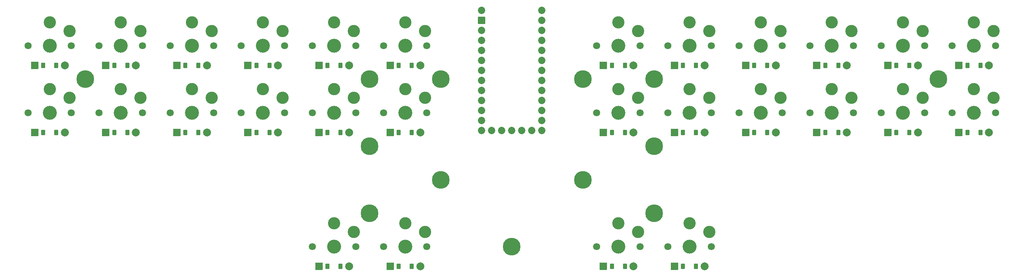
<source format=gbr>
%TF.GenerationSoftware,KiCad,Pcbnew,9.0.0*%
%TF.CreationDate,2025-04-18T14:09:36+02:00*%
%TF.ProjectId,pcb,7063622e-6b69-4636-9164-5f7063625858,v1.0.0*%
%TF.SameCoordinates,Original*%
%TF.FileFunction,Soldermask,Top*%
%TF.FilePolarity,Negative*%
%FSLAX46Y46*%
G04 Gerber Fmt 4.6, Leading zero omitted, Abs format (unit mm)*
G04 Created by KiCad (PCBNEW 9.0.0) date 2025-04-18 14:09:36*
%MOMM*%
%LPD*%
G01*
G04 APERTURE LIST*
G04 Aperture macros list*
%AMRoundRect*
0 Rectangle with rounded corners*
0 $1 Rounding radius*
0 $2 $3 $4 $5 $6 $7 $8 $9 X,Y pos of 4 corners*
0 Add a 4 corners polygon primitive as box body*
4,1,4,$2,$3,$4,$5,$6,$7,$8,$9,$2,$3,0*
0 Add four circle primitives for the rounded corners*
1,1,$1+$1,$2,$3*
1,1,$1+$1,$4,$5*
1,1,$1+$1,$6,$7*
1,1,$1+$1,$8,$9*
0 Add four rect primitives between the rounded corners*
20,1,$1+$1,$2,$3,$4,$5,0*
20,1,$1+$1,$4,$5,$6,$7,0*
20,1,$1+$1,$6,$7,$8,$9,0*
20,1,$1+$1,$8,$9,$2,$3,0*%
G04 Aperture macros list end*
%ADD10C,3.529000*%
%ADD11C,1.801800*%
%ADD12C,3.100000*%
%ADD13RoundRect,0.050000X-0.450000X-0.600000X0.450000X-0.600000X0.450000X0.600000X-0.450000X0.600000X0*%
%ADD14RoundRect,0.050000X-0.889000X-0.889000X0.889000X-0.889000X0.889000X0.889000X-0.889000X0.889000X0*%
%ADD15C,2.005000*%
%ADD16C,1.852600*%
%ADD17RoundRect,0.050000X-0.876300X0.876300X-0.876300X-0.876300X0.876300X-0.876300X0.876300X0.876300X0*%
%ADD18C,4.500000*%
%ADD19C,0.800000*%
G04 APERTURE END LIST*
D10*
%TO.C,S1*%
X100000000Y-100000000D03*
D11*
X105500000Y-100000000D03*
X94500000Y-100000000D03*
D12*
X105000000Y-96250000D03*
X100000000Y-94050000D03*
%TD*%
D10*
%TO.C,S2*%
X100000000Y-83000000D03*
D11*
X105500000Y-83000000D03*
X94500000Y-83000000D03*
D12*
X105000000Y-79250000D03*
X100000000Y-77050000D03*
%TD*%
D10*
%TO.C,S3*%
X118000000Y-100000000D03*
D11*
X123500000Y-100000000D03*
X112500000Y-100000000D03*
D12*
X123000000Y-96250000D03*
X118000000Y-94050000D03*
%TD*%
D10*
%TO.C,S4*%
X118000000Y-83000000D03*
D11*
X123500000Y-83000000D03*
X112500000Y-83000000D03*
D12*
X123000000Y-79250000D03*
X118000000Y-77050000D03*
%TD*%
D10*
%TO.C,S5*%
X136000000Y-100000000D03*
D11*
X141500000Y-100000000D03*
X130500000Y-100000000D03*
D12*
X141000000Y-96250000D03*
X136000000Y-94050000D03*
%TD*%
D10*
%TO.C,S6*%
X136000000Y-83000000D03*
D11*
X141500000Y-83000000D03*
X130500000Y-83000000D03*
D12*
X141000000Y-79250000D03*
X136000000Y-77050000D03*
%TD*%
D10*
%TO.C,S7*%
X154000000Y-100000000D03*
D11*
X159500000Y-100000000D03*
X148500000Y-100000000D03*
D12*
X159000000Y-96250000D03*
X154000000Y-94050000D03*
%TD*%
D10*
%TO.C,S8*%
X154000000Y-83000000D03*
D11*
X159500000Y-83000000D03*
X148500000Y-83000000D03*
D12*
X159000000Y-79250000D03*
X154000000Y-77050000D03*
%TD*%
D10*
%TO.C,S9*%
X172000000Y-100000000D03*
D11*
X177500000Y-100000000D03*
X166500000Y-100000000D03*
D12*
X177000000Y-96250000D03*
X172000000Y-94050000D03*
%TD*%
D10*
%TO.C,S10*%
X172000000Y-83000000D03*
D11*
X177500000Y-83000000D03*
X166500000Y-83000000D03*
D12*
X177000000Y-79250000D03*
X172000000Y-77050000D03*
%TD*%
D10*
%TO.C,S11*%
X190000000Y-100000000D03*
D11*
X195500000Y-100000000D03*
X184500000Y-100000000D03*
D12*
X195000000Y-96250000D03*
X190000000Y-94050000D03*
%TD*%
D10*
%TO.C,S12*%
X190000000Y-83000000D03*
D11*
X195500000Y-83000000D03*
X184500000Y-83000000D03*
D12*
X195000000Y-79250000D03*
X190000000Y-77050000D03*
%TD*%
D10*
%TO.C,S13*%
X244000000Y-100000000D03*
D11*
X249500000Y-100000000D03*
X238500000Y-100000000D03*
D12*
X249000000Y-96250000D03*
X244000000Y-94050000D03*
%TD*%
D10*
%TO.C,S14*%
X244000000Y-83000000D03*
D11*
X249500000Y-83000000D03*
X238500000Y-83000000D03*
D12*
X249000000Y-79250000D03*
X244000000Y-77050000D03*
%TD*%
D10*
%TO.C,S15*%
X262000000Y-100000000D03*
D11*
X267500000Y-100000000D03*
X256500000Y-100000000D03*
D12*
X267000000Y-96250000D03*
X262000000Y-94050000D03*
%TD*%
D10*
%TO.C,S16*%
X262000000Y-83000000D03*
D11*
X267500000Y-83000000D03*
X256500000Y-83000000D03*
D12*
X267000000Y-79250000D03*
X262000000Y-77050000D03*
%TD*%
D10*
%TO.C,S17*%
X280000000Y-100000000D03*
D11*
X285500000Y-100000000D03*
X274500000Y-100000000D03*
D12*
X285000000Y-96250000D03*
X280000000Y-94050000D03*
%TD*%
D10*
%TO.C,S18*%
X280000000Y-83000000D03*
D11*
X285500000Y-83000000D03*
X274500000Y-83000000D03*
D12*
X285000000Y-79250000D03*
X280000000Y-77050000D03*
%TD*%
D10*
%TO.C,S19*%
X298000000Y-100000000D03*
D11*
X303500000Y-100000000D03*
X292500000Y-100000000D03*
D12*
X303000000Y-96250000D03*
X298000000Y-94050000D03*
%TD*%
D10*
%TO.C,S20*%
X298000000Y-83000000D03*
D11*
X303500000Y-83000000D03*
X292500000Y-83000000D03*
D12*
X303000000Y-79250000D03*
X298000000Y-77050000D03*
%TD*%
D10*
%TO.C,S21*%
X316000000Y-100000000D03*
D11*
X321500000Y-100000000D03*
X310500000Y-100000000D03*
D12*
X321000000Y-96250000D03*
X316000000Y-94050000D03*
%TD*%
D10*
%TO.C,S22*%
X316000000Y-83000000D03*
D11*
X321500000Y-83000000D03*
X310500000Y-83000000D03*
D12*
X321000000Y-79250000D03*
X316000000Y-77050000D03*
%TD*%
D10*
%TO.C,S23*%
X334000000Y-100000000D03*
D11*
X339500000Y-100000000D03*
X328500000Y-100000000D03*
D12*
X339000000Y-96250000D03*
X334000000Y-94050000D03*
%TD*%
D10*
%TO.C,S24*%
X334000000Y-83000000D03*
D11*
X339500000Y-83000000D03*
X328500000Y-83000000D03*
D12*
X339000000Y-79250000D03*
X334000000Y-77050000D03*
%TD*%
D10*
%TO.C,S25*%
X172000000Y-134000000D03*
D11*
X177500000Y-134000000D03*
X166500000Y-134000000D03*
D12*
X177000000Y-130250000D03*
X172000000Y-128050000D03*
%TD*%
D10*
%TO.C,S26*%
X190000000Y-134000000D03*
D11*
X195500000Y-134000000D03*
X184500000Y-134000000D03*
D12*
X195000000Y-130250000D03*
X190000000Y-128050000D03*
%TD*%
D10*
%TO.C,S27*%
X244000000Y-134000000D03*
D11*
X249500000Y-134000000D03*
X238500000Y-134000000D03*
D12*
X249000000Y-130250000D03*
X244000000Y-128050000D03*
%TD*%
D10*
%TO.C,S28*%
X262000000Y-134000000D03*
D11*
X267500000Y-134000000D03*
X256500000Y-134000000D03*
D12*
X267000000Y-130250000D03*
X262000000Y-128050000D03*
%TD*%
D13*
%TO.C,D1*%
X98350000Y-105000000D03*
X101650000Y-105000000D03*
D14*
X96190000Y-105000000D03*
D15*
X103810000Y-105000000D03*
%TD*%
D13*
%TO.C,D2*%
X98350000Y-88000000D03*
X101650000Y-88000000D03*
D14*
X96190000Y-88000000D03*
D15*
X103810000Y-88000000D03*
%TD*%
D13*
%TO.C,D3*%
X116350000Y-105000000D03*
X119650000Y-105000000D03*
D14*
X114190000Y-105000000D03*
D15*
X121810000Y-105000000D03*
%TD*%
D13*
%TO.C,D4*%
X116350000Y-88000000D03*
X119650000Y-88000000D03*
D14*
X114190000Y-88000000D03*
D15*
X121810000Y-88000000D03*
%TD*%
D13*
%TO.C,D5*%
X134350000Y-105000000D03*
X137650000Y-105000000D03*
D14*
X132190000Y-105000000D03*
D15*
X139810000Y-105000000D03*
%TD*%
D13*
%TO.C,D6*%
X134350000Y-88000000D03*
X137650000Y-88000000D03*
D14*
X132190000Y-88000000D03*
D15*
X139810000Y-88000000D03*
%TD*%
D13*
%TO.C,D7*%
X152350000Y-105000000D03*
X155650000Y-105000000D03*
D14*
X150190000Y-105000000D03*
D15*
X157810000Y-105000000D03*
%TD*%
D13*
%TO.C,D8*%
X152350000Y-88000000D03*
X155650000Y-88000000D03*
D14*
X150190000Y-88000000D03*
D15*
X157810000Y-88000000D03*
%TD*%
D13*
%TO.C,D9*%
X170350000Y-105000000D03*
X173650000Y-105000000D03*
D14*
X168190000Y-105000000D03*
D15*
X175810000Y-105000000D03*
%TD*%
D13*
%TO.C,D10*%
X170350000Y-88000000D03*
X173650000Y-88000000D03*
D14*
X168190000Y-88000000D03*
D15*
X175810000Y-88000000D03*
%TD*%
D13*
%TO.C,D11*%
X188350000Y-105000000D03*
X191650000Y-105000000D03*
D14*
X186190000Y-105000000D03*
D15*
X193810000Y-105000000D03*
%TD*%
D13*
%TO.C,D12*%
X188350000Y-88000000D03*
X191650000Y-88000000D03*
D14*
X186190000Y-88000000D03*
D15*
X193810000Y-88000000D03*
%TD*%
D13*
%TO.C,D13*%
X242350000Y-105000000D03*
X245650000Y-105000000D03*
D14*
X240190000Y-105000000D03*
D15*
X247810000Y-105000000D03*
%TD*%
D13*
%TO.C,D14*%
X242350000Y-88000000D03*
X245650000Y-88000000D03*
D14*
X240190000Y-88000000D03*
D15*
X247810000Y-88000000D03*
%TD*%
D13*
%TO.C,D15*%
X260350000Y-105000000D03*
X263650000Y-105000000D03*
D14*
X258190000Y-105000000D03*
D15*
X265810000Y-105000000D03*
%TD*%
D13*
%TO.C,D16*%
X260350000Y-88000000D03*
X263650000Y-88000000D03*
D14*
X258190000Y-88000000D03*
D15*
X265810000Y-88000000D03*
%TD*%
D13*
%TO.C,D17*%
X278350000Y-105000000D03*
X281650000Y-105000000D03*
D14*
X276190000Y-105000000D03*
D15*
X283810000Y-105000000D03*
%TD*%
D13*
%TO.C,D18*%
X278350000Y-88000000D03*
X281650000Y-88000000D03*
D14*
X276190000Y-88000000D03*
D15*
X283810000Y-88000000D03*
%TD*%
D13*
%TO.C,D19*%
X296350000Y-105000000D03*
X299650000Y-105000000D03*
D14*
X294190000Y-105000000D03*
D15*
X301810000Y-105000000D03*
%TD*%
D13*
%TO.C,D20*%
X296350000Y-88000000D03*
X299650000Y-88000000D03*
D14*
X294190000Y-88000000D03*
D15*
X301810000Y-88000000D03*
%TD*%
D13*
%TO.C,D21*%
X314350000Y-105000000D03*
X317650000Y-105000000D03*
D14*
X312190000Y-105000000D03*
D15*
X319810000Y-105000000D03*
%TD*%
D13*
%TO.C,D22*%
X314350000Y-88000000D03*
X317650000Y-88000000D03*
D14*
X312190000Y-88000000D03*
D15*
X319810000Y-88000000D03*
%TD*%
D13*
%TO.C,D23*%
X332350000Y-105000000D03*
X335650000Y-105000000D03*
D14*
X330190000Y-105000000D03*
D15*
X337810000Y-105000000D03*
%TD*%
D13*
%TO.C,D24*%
X332350000Y-88000000D03*
X335650000Y-88000000D03*
D14*
X330190000Y-88000000D03*
D15*
X337810000Y-88000000D03*
%TD*%
D13*
%TO.C,D25*%
X170350000Y-139000000D03*
X173650000Y-139000000D03*
D14*
X168190000Y-139000000D03*
D15*
X175810000Y-139000000D03*
%TD*%
D13*
%TO.C,D26*%
X188350000Y-139000000D03*
X191650000Y-139000000D03*
D14*
X186190000Y-139000000D03*
D15*
X193810000Y-139000000D03*
%TD*%
D13*
%TO.C,D27*%
X242350000Y-139000000D03*
X245650000Y-139000000D03*
D14*
X240190000Y-139000000D03*
D15*
X247810000Y-139000000D03*
%TD*%
D13*
%TO.C,D28*%
X260350000Y-139000000D03*
X263650000Y-139000000D03*
D14*
X258190000Y-139000000D03*
D15*
X265810000Y-139000000D03*
%TD*%
D16*
%TO.C,MCU1*%
X209380000Y-73990000D03*
D17*
X209380000Y-76530000D03*
D16*
X209380000Y-79070000D03*
X209380000Y-81610000D03*
X209380000Y-84150000D03*
X209380000Y-86690000D03*
X209380000Y-89230000D03*
X209380000Y-91770000D03*
X209380000Y-94310000D03*
X209380000Y-96850000D03*
X209380000Y-99390000D03*
X209380000Y-101930000D03*
X209380000Y-104470000D03*
X222080000Y-104470000D03*
X219540000Y-104470000D03*
X217000000Y-104470000D03*
X214460000Y-104470000D03*
X211920000Y-104470000D03*
X224620000Y-73990000D03*
X224620000Y-76530000D03*
X224620000Y-79070000D03*
X224620000Y-81610000D03*
X224620000Y-84150000D03*
X224620000Y-86690000D03*
X224620000Y-89230000D03*
X224620000Y-91770000D03*
X224620000Y-94310000D03*
X224620000Y-96850000D03*
X224620000Y-99390000D03*
X224620000Y-101930000D03*
X224620000Y-104470000D03*
%TD*%
D18*
%TO.C,_1*%
X109000000Y-91500000D03*
D19*
X110629630Y-91500000D03*
X110152322Y-92652322D03*
X109000000Y-93129630D03*
X107847678Y-92652322D03*
X107370370Y-91500000D03*
X107847678Y-90347678D03*
X109000000Y-89870370D03*
X110152322Y-90347678D03*
%TD*%
D18*
%TO.C,_2*%
X181000000Y-91500000D03*
D19*
X182629630Y-91500000D03*
X182152322Y-92652322D03*
X181000000Y-93129630D03*
X179847678Y-92652322D03*
X179370370Y-91500000D03*
X179847678Y-90347678D03*
X181000000Y-89870370D03*
X182152322Y-90347678D03*
%TD*%
D18*
%TO.C,_3*%
X181000000Y-108500000D03*
D19*
X182629630Y-108500000D03*
X182152322Y-109652322D03*
X181000000Y-110129630D03*
X179847678Y-109652322D03*
X179370370Y-108500000D03*
X179847678Y-107347678D03*
X181000000Y-106870370D03*
X182152322Y-107347678D03*
%TD*%
D18*
%TO.C,_4*%
X199000000Y-91500000D03*
D19*
X200629630Y-91500000D03*
X200152322Y-92652322D03*
X199000000Y-93129630D03*
X197847678Y-92652322D03*
X197370370Y-91500000D03*
X197847678Y-90347678D03*
X199000000Y-89870370D03*
X200152322Y-90347678D03*
%TD*%
D18*
%TO.C,_5*%
X199000000Y-117000000D03*
D19*
X200629630Y-117000000D03*
X200152322Y-118152322D03*
X199000000Y-118629630D03*
X197847678Y-118152322D03*
X197370370Y-117000000D03*
X197847678Y-115847678D03*
X199000000Y-115370370D03*
X200152322Y-115847678D03*
%TD*%
D18*
%TO.C,_6*%
X181000000Y-125500000D03*
D19*
X182629630Y-125500000D03*
X182152322Y-126652322D03*
X181000000Y-127129630D03*
X179847678Y-126652322D03*
X179370370Y-125500000D03*
X179847678Y-124347678D03*
X181000000Y-123870370D03*
X182152322Y-124347678D03*
%TD*%
D18*
%TO.C,_7*%
X325000000Y-91500000D03*
D19*
X326629630Y-91500000D03*
X326152322Y-92652322D03*
X325000000Y-93129630D03*
X323847678Y-92652322D03*
X323370370Y-91500000D03*
X323847678Y-90347678D03*
X325000000Y-89870370D03*
X326152322Y-90347678D03*
%TD*%
D18*
%TO.C,_8*%
X253000000Y-91500000D03*
D19*
X254629630Y-91500000D03*
X254152322Y-92652322D03*
X253000000Y-93129630D03*
X251847678Y-92652322D03*
X251370370Y-91500000D03*
X251847678Y-90347678D03*
X253000000Y-89870370D03*
X254152322Y-90347678D03*
%TD*%
D18*
%TO.C,_9*%
X253000000Y-108500000D03*
D19*
X254629630Y-108500000D03*
X254152322Y-109652322D03*
X253000000Y-110129630D03*
X251847678Y-109652322D03*
X251370370Y-108500000D03*
X251847678Y-107347678D03*
X253000000Y-106870370D03*
X254152322Y-107347678D03*
%TD*%
D18*
%TO.C,_10*%
X235000000Y-91500000D03*
D19*
X236629630Y-91500000D03*
X236152322Y-92652322D03*
X235000000Y-93129630D03*
X233847678Y-92652322D03*
X233370370Y-91500000D03*
X233847678Y-90347678D03*
X235000000Y-89870370D03*
X236152322Y-90347678D03*
%TD*%
D18*
%TO.C,_11*%
X235000000Y-117000000D03*
D19*
X236629630Y-117000000D03*
X236152322Y-118152322D03*
X235000000Y-118629630D03*
X233847678Y-118152322D03*
X233370370Y-117000000D03*
X233847678Y-115847678D03*
X235000000Y-115370370D03*
X236152322Y-115847678D03*
%TD*%
D18*
%TO.C,_12*%
X253000000Y-125500000D03*
D19*
X254629630Y-125500000D03*
X254152322Y-126652322D03*
X253000000Y-127129630D03*
X251847678Y-126652322D03*
X251370370Y-125500000D03*
X251847678Y-124347678D03*
X253000000Y-123870370D03*
X254152322Y-124347678D03*
%TD*%
D18*
%TO.C,_13*%
X217000000Y-134000000D03*
D19*
X218629630Y-134000000D03*
X218152322Y-135152322D03*
X217000000Y-135629630D03*
X215847678Y-135152322D03*
X215370370Y-134000000D03*
X215847678Y-132847678D03*
X217000000Y-132370370D03*
X218152322Y-132847678D03*
%TD*%
M02*

</source>
